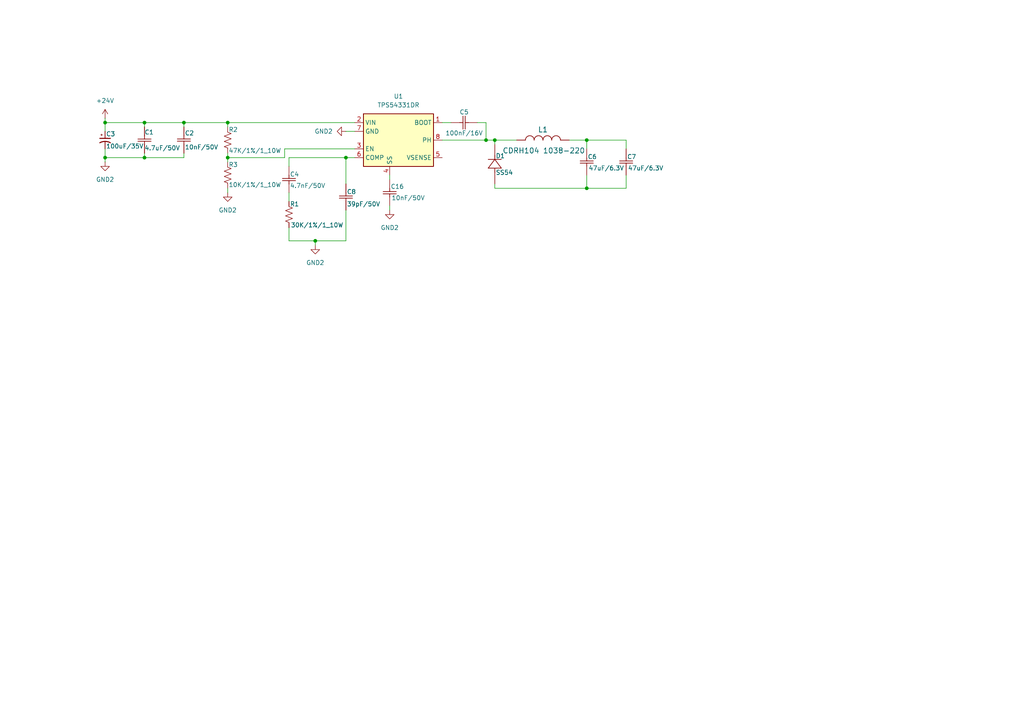
<source format=kicad_sch>
(kicad_sch (version 20231120) (generator "eeschema") (generator_version "8.0")
  (paper "A4")
  (lib_symbols
    (symbol "charge_battery_sym_lib:CDRH104 1038-220" (pin_numbers hide) (pin_names (offset 0.254) hide)
      (property "Reference" "L" (at 6.985 5.08 0))
      (property "Value" "CDRH104 1038-220" (at 6.985 -2.54 0))
      (symbol "CDRH104 1038-220_0_1"
        (arc (start 5.08 0.0056) (mid 3.81 1.27) (end 2.54 0.0056) (stroke (width 0.2032)))
        (arc (start 7.62 0.0056) (mid 6.35 1.27) (end 5.08 0.0056) (stroke (width 0.2032)))
        (arc (start 10.16 0.0056) (mid 8.89 1.27) (end 7.62 0.0056) (stroke (width 0.2032)))
        (arc (start 12.7 0.0056) (mid 11.43 1.27) (end 10.16 0.0056) (stroke (width 0.2032)))
        (pin unspecified line (at 15.24 0 180) (length 2.54) (name "1") (number "1"))
        (pin unspecified line (at 0 0 0) (length 2.54) (name "2") (number "2"))
      )
    )
    (symbol "charge_battery_sym_lib:Cap_Polarized_SMD_100uF_35V" (pin_numbers hide) (pin_names (offset 0.254))
      (property "Reference" "C" (at 0 2.286 0))
      (property "Value" "100uF/35V" (at 0 -2.794 0))
      (symbol "Cap_Polarized_SMD_100uF_35V_0_1"
        (polyline (pts (xy 1.016 -1.27) (xy 1.016 -0.762)))
        (polyline (pts (xy 1.27 -1.016) (xy 0.762 -1.016)))
        (polyline (pts (xy 2.032 -1.524) (xy 2.032 1.524)) (stroke (width 0.3048)))
        (arc (start 3.302 1.524) (mid 2.9134 0) (end 3.302 -1.524) (stroke (width 0.3048)))
      )
      (symbol "Cap_Polarized_SMD_100uF_35V_1_1"
        (pin passive line (at 0 0 0) (length 2.032) (name "~") (number "1"))
        (pin passive line (at 5.08 0 180) (length 2.032) (name "~") (number "2"))
      )
    )
    (symbol "charge_battery_sym_lib:Ceramic_Cap_SMD_100nF_16V" (pin_numbers hide) (pin_names hide)
      (property "Reference" "C" (at 1.016 2.794 0))
      (property "Value" "100nF/16V" (at 0.254 5.334 0))
      (symbol "Ceramic_Cap_SMD_100nF_16V_1_1"
        (polyline (pts (xy 1.27 0) (xy 2.2098 0)) (stroke (width 0.2032)))
        (polyline (pts (xy 2.2098 -1.905) (xy 2.2098 1.905)) (stroke (width 0.2032)))
        (polyline (pts (xy 2.8448 -1.905) (xy 2.8448 1.905)) (stroke (width 0.2032)))
        (polyline (pts (xy 2.8448 0) (xy 3.81 0)) (stroke (width 0.2032)))
        (pin unspecified line (at -1.27 0 0) (length 2.54) (name "") (number "1"))
        (pin unspecified line (at 6.35 0 180) (length 2.54) (name "") (number "2"))
      )
    )
    (symbol "charge_battery_sym_lib:Ceramic_Cap_SMD_10nF_50V" (pin_numbers hide) (pin_names hide)
      (property "Reference" "C" (at 2.286 2.794 0))
      (property "Value" "10nF/50V" (at 0.254 5.334 0))
      (symbol "Ceramic_Cap_SMD_10nF_50V_1_1"
        (polyline (pts (xy 2.54 0) (xy 3.4798 0)) (stroke (width 0.2032)))
        (polyline (pts (xy 3.4798 -1.905) (xy 3.4798 1.905)) (stroke (width 0.2032)))
        (polyline (pts (xy 4.1148 -1.905) (xy 4.1148 1.905)) (stroke (width 0.2032)))
        (polyline (pts (xy 4.1148 0) (xy 5.08 0)) (stroke (width 0.2032)))
        (pin unspecified line (at 0 0 0) (length 2.54) (name "") (number "1"))
        (pin unspecified line (at 7.62 0 180) (length 2.54) (name "") (number "2"))
      )
    )
    (symbol "charge_battery_sym_lib:Ceramic_Cap_SMD_10nF_50V_0805" (pin_numbers hide) (pin_names hide)
      (property "Reference" "C" (at 2.286 2.794 0))
      (property "Value" "10nF/50V" (at 0.254 5.334 0))
      (symbol "Ceramic_Cap_SMD_10nF_50V_0805_1_1"
        (polyline (pts (xy 2.54 0) (xy 3.4798 0)) (stroke (width 0.2032)))
        (polyline (pts (xy 3.4798 -1.905) (xy 3.4798 1.905)) (stroke (width 0.2032)))
        (polyline (pts (xy 4.1148 -1.905) (xy 4.1148 1.905)) (stroke (width 0.2032)))
        (polyline (pts (xy 4.1148 0) (xy 5.08 0)) (stroke (width 0.2032)))
        (pin unspecified line (at 0 0 0) (length 2.54) (name "") (number "1"))
        (pin unspecified line (at 7.62 0 180) (length 2.54) (name "") (number "2"))
      )
    )
    (symbol "charge_battery_sym_lib:Ceramic_Cap_SMD_39pF_50V" (pin_numbers hide) (pin_names hide)
      (property "Reference" "C" (at 1.016 2.794 0))
      (property "Value" "39pF/50V" (at 0.254 5.334 0))
      (symbol "Ceramic_Cap_SMD_39pF_50V_1_1"
        (polyline (pts (xy 1.27 0) (xy 2.2098 0)) (stroke (width 0.2032)))
        (polyline (pts (xy 2.2098 -1.905) (xy 2.2098 1.905)) (stroke (width 0.2032)))
        (polyline (pts (xy 2.8448 -1.905) (xy 2.8448 1.905)) (stroke (width 0.2032)))
        (polyline (pts (xy 2.8448 0) (xy 3.81 0)) (stroke (width 0.2032)))
        (pin unspecified line (at -1.27 0 0) (length 2.54) (name "") (number "1"))
        (pin unspecified line (at 6.35 0 180) (length 2.54) (name "") (number "2"))
      )
    )
    (symbol "charge_battery_sym_lib:Ceramic_Cap_SMD_4.7nF_50V" (pin_numbers hide) (pin_names hide)
      (property "Reference" "C" (at 2.286 2.794 0))
      (property "Value" "4.7nF/50V" (at 0.254 5.334 0))
      (symbol "Ceramic_Cap_SMD_4.7nF_50V_1_1"
        (polyline (pts (xy 2.54 0) (xy 3.4798 0)) (stroke (width 0.2032)))
        (polyline (pts (xy 3.4798 -1.905) (xy 3.4798 1.905)) (stroke (width 0.2032)))
        (polyline (pts (xy 4.1148 -1.905) (xy 4.1148 1.905)) (stroke (width 0.2032)))
        (polyline (pts (xy 4.1148 0) (xy 5.08 0)) (stroke (width 0.2032)))
        (pin unspecified line (at 0 0 0) (length 2.54) (name "") (number "1"))
        (pin unspecified line (at 7.62 0 180) (length 2.54) (name "") (number "2"))
      )
    )
    (symbol "charge_battery_sym_lib:Ceramic_Cap_SMD_4.7uF_50V" (pin_numbers hide) (pin_names hide)
      (property "Reference" "C" (at 2.286 2.794 0))
      (property "Value" "4.7uF/50V" (at 0.254 5.334 0))
      (symbol "Ceramic_Cap_SMD_4.7uF_50V_1_1"
        (polyline (pts (xy 2.54 0) (xy 3.4798 0)) (stroke (width 0.2032)))
        (polyline (pts (xy 3.4798 -1.905) (xy 3.4798 1.905)) (stroke (width 0.2032)))
        (polyline (pts (xy 4.1148 -1.905) (xy 4.1148 1.905)) (stroke (width 0.2032)))
        (polyline (pts (xy 4.1148 0) (xy 5.08 0)) (stroke (width 0.2032)))
        (pin unspecified line (at 0 0 0) (length 2.54) (name "") (number "1"))
        (pin unspecified line (at 7.62 0 180) (length 2.54) (name "") (number "2"))
      )
    )
    (symbol "charge_battery_sym_lib:Ceramic_Cap_SMD_47uF_6.3V" (pin_numbers hide) (pin_names hide)
      (property "Reference" "C" (at 2.286 2.794 0))
      (property "Value" "47uF/6.3V" (at 0.254 5.334 0))
      (symbol "Ceramic_Cap_SMD_47uF_6.3V_1_1"
        (polyline (pts (xy 2.54 0) (xy 3.4798 0)) (stroke (width 0.2032)))
        (polyline (pts (xy 3.4798 -1.905) (xy 3.4798 1.905)) (stroke (width 0.2032)))
        (polyline (pts (xy 4.1148 -1.905) (xy 4.1148 1.905)) (stroke (width 0.2032)))
        (polyline (pts (xy 4.1148 0) (xy 5.08 0)) (stroke (width 0.2032)))
        (pin unspecified line (at 0 0 0) (length 2.54) (name "") (number "1"))
        (pin unspecified line (at 7.62 0 180) (length 2.54) (name "") (number "2"))
      )
    )
    (symbol "charge_battery_sym_lib:Res_10K_0603_1%" (pin_numbers hide) (pin_names hide)
      (property "Reference" "R" (at 2.794 3.81 0))
      (property "Value" "10K/1%/1_10W" (at 4.064 -2.54 0))
      (symbol "Res_10K_0603_1%_0_1"
        (polyline (pts (xy 1.524 0) (xy 1.27 0)))
        (polyline (pts (xy 6.096 0) (xy 6.35 0)))
        (polyline (pts (xy 1.524 0) (xy 1.905 1.016) (xy 2.286 0) (xy 2.667 -1.016) (xy 3.048 0)))
        (polyline (pts (xy 3.048 0) (xy 3.429 1.016) (xy 3.81 0) (xy 4.191 -1.016) (xy 4.572 0)))
        (polyline (pts (xy 4.572 0) (xy 4.953 1.016) (xy 5.334 0) (xy 5.715 -1.016) (xy 6.096 0)))
      )
      (symbol "Res_10K_0603_1%_1_1"
        (pin passive line (at 0 0 0) (length 1.27) (name "~") (number "1"))
        (pin passive line (at 7.62 0 180) (length 1.27) (name "~") (number "2"))
      )
    )
    (symbol "charge_battery_sym_lib:Res_30K_0603_1%" (pin_numbers hide) (pin_names hide)
      (property "Reference" "R" (at 2.794 3.81 0))
      (property "Value" "30K/1%/1_10W" (at 4.064 -2.54 0))
      (symbol "Res_30K_0603_1%_0_1"
        (polyline (pts (xy 1.524 0) (xy 1.27 0)))
        (polyline (pts (xy 6.096 0) (xy 6.35 0)))
        (polyline (pts (xy 1.524 0) (xy 1.905 1.016) (xy 2.286 0) (xy 2.667 -1.016) (xy 3.048 0)))
        (polyline (pts (xy 3.048 0) (xy 3.429 1.016) (xy 3.81 0) (xy 4.191 -1.016) (xy 4.572 0)))
        (polyline (pts (xy 4.572 0) (xy 4.953 1.016) (xy 5.334 0) (xy 5.715 -1.016) (xy 6.096 0)))
      )
      (symbol "Res_30K_0603_1%_1_1"
        (pin passive line (at 0 0 0) (length 1.27) (name "~") (number "1"))
        (pin passive line (at 7.62 0 180) (length 1.27) (name "~") (number "2"))
      )
    )
    (symbol "charge_battery_sym_lib:Res_47K_0603_1%" (pin_numbers hide) (pin_names hide)
      (property "Reference" "R" (at 2.794 3.81 0))
      (property "Value" "47K/1%/1_10W" (at 4.064 -2.54 0))
      (symbol "Res_47K_0603_1%_0_1"
        (polyline (pts (xy 1.524 0) (xy 1.27 0)))
        (polyline (pts (xy 6.096 0) (xy 6.35 0)))
        (polyline (pts (xy 1.524 0) (xy 1.905 1.016) (xy 2.286 0) (xy 2.667 -1.016) (xy 3.048 0)))
        (polyline (pts (xy 3.048 0) (xy 3.429 1.016) (xy 3.81 0) (xy 4.191 -1.016) (xy 4.572 0)))
        (polyline (pts (xy 4.572 0) (xy 4.953 1.016) (xy 5.334 0) (xy 5.715 -1.016) (xy 6.096 0)))
      )
      (symbol "Res_47K_0603_1%_1_1"
        (pin passive line (at 0 0 0) (length 1.27) (name "~") (number "1"))
        (pin passive line (at 7.62 0 180) (length 1.27) (name "~") (number "2"))
      )
    )
    (symbol "charge_battery_sym_lib:SS54" (pin_numbers hide) (pin_names hide)
      (property "Reference" "D" (at -1.016 2.286 0))
      (property "Value" "SS54" (at 2.54 -2.794 0))
      (symbol "SS54_0_1"
        (polyline (pts (xy -0.508 0) (xy 0.635 0)) (stroke (width 0.2032)))
        (polyline (pts (xy 0.762 -1.905) (xy 3.302 0)) (stroke (width 0.2032)))
        (polyline (pts (xy 0.762 1.905) (xy 0.762 -1.905)) (stroke (width 0.2032)))
        (polyline (pts (xy 3.302 -1.905) (xy 3.302 1.905)) (stroke (width 0.2032)))
        (polyline (pts (xy 3.302 0) (xy 0.762 1.905)) (stroke (width 0.2032)))
        (polyline (pts (xy 3.302 0) (xy 4.572 0)) (stroke (width 0.2032)))
      )
      (symbol "SS54_1_1"
        (pin unspecified line (at -3.81 0 0) (length 3.81) (name "A") (number "1"))
        (pin unspecified line (at 7.62 0 180) (length 3.81) (name "K") (number "2"))
      )
    )
    (symbol "charge_battery_sym_lib:TPS54331DR"
      (property "Reference" "U" (at 1.27 16.51 0))
      (property "Value" "TPS54331DR" (at 13.97 16.51 0))
      (symbol "TPS54331DR_1_1"
        (rectangle (start 0 15.24) (end 20.32 0) (stroke (width 0.254)) (fill (type background)))
        (pin output line (at 22.86 12.7 180) (length 2.54) (name "BOOT") (number "1"))
        (pin power_in line (at -2.54 12.7 0) (length 2.54) (name "VIN") (number "2"))
        (pin output line (at -2.54 5.08 0) (length 2.54) (name "EN") (number "3"))
        (pin power_in line (at 7.62 -2.54 90) (length 2.54) (name "SS") (number "4"))
        (pin input line (at 22.86 2.54 180) (length 2.54) (name "VSENSE") (number "5"))
        (pin output line (at -2.54 2.54 0) (length 2.54) (name "COMP") (number "6"))
        (pin power_in line (at -2.54 10.16 0) (length 2.54) (name "GND") (number "7"))
        (pin output line (at 22.86 7.62 180) (length 2.54) (name "PH") (number "8"))
      )
    )
    (symbol "power:+24V" (power) (pin_numbers hide) (pin_names (offset 0) hide)
      (property "Value" "+24V" (at 0 3.556 0))
      (symbol "+24V_0_1"
        (polyline (pts (xy -0.762 1.27) (xy 0 2.54)))
        (polyline (pts (xy 0 0) (xy 0 2.54)))
        (polyline (pts (xy 0 2.54) (xy 0.762 1.27)))
      )
      (symbol "+24V_1_1"
        (pin power_in line (at 0 0 90) (length 0) (name "~") (number "1"))
      )
    )
    (symbol "power:GND2" (power) (pin_numbers hide) (pin_names (offset 0) hide)
      (property "Value" "GND2" (at 0 -3.81 0))
      (symbol "GND2_0_1"
        (polyline (pts (xy 0 0) (xy 0 -1.27) (xy 1.27 -1.27) (xy 0 -2.54) (xy -1.27 -1.27) (xy 0 -1.27)))
      )
      (symbol "GND2_1_1"
        (pin power_in line (at 0 0 270) (length 0) (name "~") (number "1"))
      )
    )
  )
  (junction (at 66.04 35.56))
  (junction (at 140.97 40.64))
  (junction (at 100.33 45.72))
  (junction (at 170.18 40.64))
  (junction (at 91.44 69.85))
  (junction (at 66.04 45.72))
  (junction (at 53.34 35.56))
  (junction (at 41.91 35.56))
  (junction (at 30.48 35.56))
  (junction (at 170.18 54.61))
  (junction (at 143.51 40.64))
  (junction (at 41.91 45.72))
  (junction (at 30.48 45.72))
  (wire (pts (xy 53.34 35.56) (xy 53.34 36.83)))
  (wire (pts (xy 30.48 35.56) (xy 30.48 38.1)))
  (wire (pts (xy 91.44 69.85) (xy 100.33 69.85)))
  (wire (pts (xy 66.04 44.45) (xy 66.04 45.72)))
  (wire (pts (xy 140.97 40.64) (xy 143.51 40.64)))
  (wire (pts (xy 53.34 44.45) (xy 53.34 45.72)))
  (wire (pts (xy 30.48 34.29) (xy 30.48 35.56)))
  (wire (pts (xy 82.55 45.72) (xy 66.04 45.72)))
  (wire (pts (xy 170.18 50.8) (xy 170.18 54.61)))
  (wire (pts (xy 66.04 55.88) (xy 66.04 54.61)))
  (wire (pts (xy 128.27 35.56) (xy 130.81 35.56)))
  (wire (pts (xy 66.04 45.72) (xy 66.04 46.99)))
  (wire (pts (xy 181.61 43.18) (xy 181.61 40.64)))
  (wire (pts (xy 53.34 35.56) (xy 66.04 35.56)))
  (wire (pts (xy 82.55 43.18) (xy 82.55 45.72)))
  (wire (pts (xy 113.03 59.69) (xy 113.03 60.96)))
  (wire (pts (xy 143.51 40.64) (xy 149.86 40.64)))
  (wire (pts (xy 41.91 45.72) (xy 30.48 45.72)))
  (wire (pts (xy 53.34 35.56) (xy 41.91 35.56)))
  (wire (pts (xy 113.03 52.07) (xy 113.03 50.8)))
  (wire (pts (xy 66.04 35.56) (xy 66.04 36.83)))
  (wire (pts (xy 128.27 40.64) (xy 140.97 40.64)))
  (wire (pts (xy 100.33 45.72) (xy 100.33 53.34)))
  (wire (pts (xy 170.18 40.64) (xy 170.18 43.18)))
  (wire (pts (xy 140.97 35.56) (xy 140.97 40.64)))
  (wire (pts (xy 143.51 54.61) (xy 170.18 54.61)))
  (wire (pts (xy 83.82 48.26) (xy 83.82 45.72)))
  (wire (pts (xy 170.18 40.64) (xy 181.61 40.64)))
  (wire (pts (xy 102.87 43.18) (xy 82.55 43.18)))
  (wire (pts (xy 83.82 55.88) (xy 83.82 58.42)))
  (wire (pts (xy 41.91 35.56) (xy 30.48 35.56)))
  (wire (pts (xy 138.43 35.56) (xy 140.97 35.56)))
  (wire (pts (xy 100.33 60.96) (xy 100.33 69.85)))
  (wire (pts (xy 83.82 69.85) (xy 91.44 69.85)))
  (wire (pts (xy 66.04 35.56) (xy 102.87 35.56)))
  (wire (pts (xy 30.48 43.18) (xy 30.48 45.72)))
  (wire (pts (xy 30.48 45.72) (xy 30.48 46.99)))
  (wire (pts (xy 170.18 54.61) (xy 181.61 54.61)))
  (wire (pts (xy 91.44 69.85) (xy 91.44 71.12)))
  (wire (pts (xy 181.61 54.61) (xy 181.61 50.8)))
  (wire (pts (xy 41.91 35.56) (xy 41.91 36.83)))
  (wire (pts (xy 41.91 44.45) (xy 41.91 45.72)))
  (wire (pts (xy 100.33 45.72) (xy 102.87 45.72)))
  (wire (pts (xy 83.82 45.72) (xy 100.33 45.72)))
  (wire (pts (xy 100.33 38.1) (xy 102.87 38.1)))
  (wire (pts (xy 53.34 45.72) (xy 41.91 45.72)))
  (wire (pts (xy 143.51 40.64) (xy 143.51 41.91)))
  (wire (pts (xy 165.1 40.64) (xy 170.18 40.64)))
  (wire (pts (xy 143.51 53.34) (xy 143.51 54.61)))
  (wire (pts (xy 83.82 66.04) (xy 83.82 69.85)))
  (symbol (lib_id "charge_battery_sym_lib:Cap_Polarized_SMD_100uF_35V") (at 30.48 38.1 270) (unit 1)
    (property "Reference" "C3" (at 30.734 38.862 90) (effects (justify left)))
    (property "Value" "100uF/35V" (at 30.734 42.418 90) (effects (justify left)))
    (property "Footprint" "Capacitor_SMD:CP_Elec_5x5.4" (effects (hide yes)))
    (property "Datasheet" "https://www.thegioiic.com/upload/documents/5121f69ada901167d040dfa7ca79f071.pdf" (effects (hide yes)))
    (property "Description" "Polarized capacitor 100uF 35V, 20%" (effects (hide yes)))
    (property "Supply name" "Thegioiic" (effects (hide yes)))
    (property "Supply part number" "SMD 100uF 35V 5x5.4mm" (effects (hide yes)))
    (property "Supply URL" "https://www.thegioiic.com/tu-nhom-smd-100uf-35v-8x10-5mm" (effects (hide yes)))
  )
  (symbol (lib_id "charge_battery_sym_lib:TPS54331DR") (at 105.41 48.26 0) (unit 1)
    (property "Reference" "U1" (at 115.57 27.94 0))
    (property "Value" "TPS54331DR" (at 115.57 30.48 0))
    (property "Footprint" "charge_battery_footprint_lib:SOIC-8" (effects (hide yes)))
    (property "Datasheet" "http://www.ti.com/lit/ds/symlink/tps54336a.pdf" (effects (hide yes)))
    (property "Description" "4.5V to 28V Input, 3A, Synchronous Step-Down Converter with Eco-mode(tm)" (effects (hide yes)))
    (property "Supply name" "Thegioiic" (effects (hide yes)))
    (property "Supply part name" "TPS54331DR IC Điều Chỉnh Giảm Áp 3A 8-SOIC" (effects (hide yes)))
    (property "Supply URL" "https://thegioiic.com/tps54331dr-ic-dieu-chinh-giam-ap-3a-8-soic" (effects (hide yes)))
  )
  (symbol (lib_id "charge_battery_sym_lib:Ceramic_Cap_SMD_10nF_50V_0805") (at 53.34 36.83 270) (unit 1)
    (property "Reference" "C2" (at 53.594 38.608 90) (effects (justify left)))
    (property "Value" "10nF/50V" (at 53.594 42.672 90) (effects (justify left)))
    (property "Footprint" "charge_battery_footprint_lib:Ceramic_Cap_0805" (effects (hide yes)))
    (property "Description" "10%, 0805 (2012 Metric)" (effects (hide yes)))
    (property "Supply name" "Thegioiic" (effects (hide yes)))
    (property "Supply part number" "Tụ Gốm 0805 10nF 50V" (effects (hide yes)))
    (property "Supply URL" "https://www.thegioiic.com/tu-gom-0805-10nf-50v" (effects (hide yes)))
  )
  (symbol (lib_id "charge_battery_sym_lib:Ceramic_Cap_SMD_100nF_16V") (at 132.08 35.56 0) (unit 1)
    (property "Reference" "C5" (at 134.62 32.512 0))
    (property "Value" "100nF/16V" (at 134.62 38.608 0))
    (property "Footprint" "charge_battery_footprint_lib:Ceramic_Cap_0603" (effects (hide yes)))
    (property "Datasheet" "https://www.mouser.vn/datasheet/2/40/KYOCERA_AutoMLCCKAM-3106308.pdf" (effects (hide yes)))
    (property "Description" "10%, 0603 (1608 Metric)" (effects (hide yes)))
    (property "Supply name" "Thegioiic" (effects (hide yes)))
    (property "Supply part number" "Tụ Gốm 0603 100nF (0.1uF) 16V" (effects (hide yes)))
    (property "Supply URL" "https://www.thegioiic.com/tu-gom-0603-100nf-0-1uf-16v" (effects (hide yes)))
  )
  (symbol (lib_id "charge_battery_sym_lib:Ceramic_Cap_SMD_4.7nF_50V") (at 83.82 55.88 90) (unit 1)
    (property "Reference" "C4" (at 84.074 50.546 90) (effects (justify right)))
    (property "Value" "4.7nF/50V" (at 84.074 53.848 90) (effects (justify right)))
    (property "Footprint" "charge_battery_footprint_lib:Ceramic_Cap_0603" (effects (hide yes)))
    (property "Description" "10%, 0603 (1608 Metric)" (effects (hide yes)))
    (property "Supply name" "Thegioiic" (effects (hide yes)))
    (property "Supply part number" "Tụ Gốm 0603 4.7nF 50V" (effects (hide yes)))
    (property "Supply URL" "https://www.thegioiic.com/tu-gom-0603-4-7nf-50v" (effects (hide yes)))
  )
  (symbol (lib_id "power:+24V") (at 30.48 34.29 0) (unit 1)
    (property "Reference" "#PWR02" (effects (hide yes)))
    (property "Value" "+24V" (at 30.48 29.21 0))
    (property "Description" "Power symbol creates a global label with name \"+24V\"" (effects (hide yes)))
  )
  (symbol (lib_id "charge_battery_sym_lib:CDRH104 1038-220") (at 149.86 40.64 0) (unit 1)
    (property "Reference" "L1" (at 157.48 37.592 0) (effects (font (size 1.524 1.524))))
    (property "Value" "CDRH104 1038-220" (at 157.734 43.688 0) (effects (font (size 1.524 1.524))))
    (property "Footprint" "charge_battery_footprint_lib:CDRH104" (effects (hide yes)))
    (property "Datasheet" "https://www.thegioiic.com/upload/documents/3d944418fe36e2109ef139861ca961be.pdf" (effects (hide yes)))
    (property "Description" "20%, size 10x10x3.8 mm" (effects (hide yes)))
    (property "Supply name" "Thegioiic" (effects (hide yes)))
    (property "Supply part number" "Cuộn Cảm Dán SMD CDRH104 1038-220 22uH 3.6A" (effects (hide yes)))
    (property "Supply URL" "https://www.thegioiic.com/cuon-cam-dan-smd-cdrh104-1038-220-22uh-3-6a" (effects (hide yes)))
  )
  (symbol (lib_id "charge_battery_sym_lib:Res_30K_0603_1%") (at 83.82 66.04 90) (unit 1)
    (property "Reference" "R1" (at 84.074 59.182 90) (effects (justify right)))
    (property "Value" "30K/1%/1_10W" (at 84.328 65.278 90) (effects (justify right)))
    (property "Footprint" "charge_battery_footprint_lib:Res_0603" (effects (hide yes)))
    (property "Datasheet" "https://fscdn.rohm.com/en/products/databook/datasheet/passive/resistor/chip_resistor/esr-e.pdf" (effects (hide yes)))
    (property "Description" "Res 30 KOhm 0603 1%" (effects (hide yes)))
    (property "Supply name" "Thegioiic" (effects (hide yes)))
    (property "Supply part number" "Điện Trở 30 KOhm 0603 1%" (effects (hide yes)))
    (property "Supply URL" "https://www.thegioiic.com/dien-tro-30-kohm-0603-1-" (effects (hide yes)))
  )
  (symbol (lib_id "charge_battery_sym_lib:SS54") (at 143.51 49.53 90) (unit 1)
    (property "Reference" "D1" (at 143.764 45.212 90) (effects (justify right)))
    (property "Value" "SS54" (at 143.764 50.038 90) (effects (justify right)))
    (property "Footprint" "charge_battery_footprint_lib:D_SMA" (effects (hide yes)))
    (property "Datasheet" "https://www.thegioiic.com/upload/documents/dc8a63b3eda4738bc390d9dc570a4e18.pdf" (effects (hide yes)))
    (property "Description" "Diode Shotky SS54 1N5824 5A 40V" (effects (hide yes)))
    (property "Supply name" "Thegioiic" (effects (hide yes)))
    (property "Supply part number" "SS54 SMA Diode Shotky 5A 40V" (effects (hide yes)))
    (property "Supply URL" "https://www.thegioiic.com/ss54-sma-diode-shotky-5a-40v" (effects (hide yes)))
  )
  (symbol (lib_id "charge_battery_sym_lib:Ceramic_Cap_SMD_39pF_50V") (at 100.33 59.69 90) (unit 1)
    (property "Reference" "C8" (at 100.584 55.626 90) (effects (justify right)))
    (property "Value" "39pF/50V" (at 100.584 59.182 90) (effects (justify right)))
    (property "Footprint" "charge_battery_footprint_lib:Ceramic_Cap_0603" (effects (hide yes)))
    (property "Description" "10%, 0603 (1608 Metric)" (effects (hide yes)))
    (property "Supply name" "Thegioiic" (effects (hide yes)))
    (property "Supply part number" "Tụ Gốm 0603 39pF 50V" (effects (hide yes)))
    (property "Supply URL" "https://www.thegioiic.com/tu-gom-0603-39pf-50v" (effects (hide yes)))
  )
  (symbol (lib_id "charge_battery_sym_lib:Ceramic_Cap_SMD_10nF_50V") (at 113.03 59.69 90) (unit 1)
    (property "Reference" "C16" (at 113.284 54.102 90) (effects (justify right)))
    (property "Value" "10nF/50V" (at 113.538 57.404 90) (effects (justify right)))
    (property "Footprint" "charge_battery_footprint_lib:Ceramic_Cap_0603" (effects (hide yes)))
    (property "Datasheet" "https://www.mouser.vn/datasheet/2/40/KYOCERA_AutoMLCCKAM-3106308.pdf" (effects (hide yes)))
    (property "Description" "10%, 0603 (1608 Metric)" (effects (hide yes)))
    (property "Supply name" "Thegioiic" (effects (hide yes)))
    (property "Supply part number" "Tụ Gốm 0603 10nF 50V" (effects (hide yes)))
    (property "Supply URL" "https://www.thegioiic.com/tu-gom-0603-10nf-50v" (effects (hide yes)))
  )
  (symbol (lib_id "power:GND2") (at 113.03 60.96 0) (unit 1)
    (property "Reference" "#PWR09" (effects (hide yes)))
    (property "Value" "GND2" (at 113.03 66.04 0))
    (property "Description" "Power symbol creates a global label with name \"GND2\" , ground" (effects (hide yes)))
  )
  (symbol (lib_id "charge_battery_sym_lib:Ceramic_Cap_SMD_47uF_6.3V") (at 181.61 50.8 90) (unit 1)
    (property "Reference" "C7" (at 181.864 45.466 90) (effects (justify right)))
    (property "Value" "47uF/6.3V" (at 182.118 48.768 90) (effects (justify right)))
    (property "Footprint" "charge_battery_footprint_lib:Ceramic_Cap_0805" (effects (hide yes)))
    (property "Description" "10%, 0805 (2012 Metric)" (effects (hide yes)))
    (property "Supply name" "Thegioiic" (effects (hide yes)))
    (property "Supply part number" "Tụ Gốm 0805 47uF 6.3V" (effects (hide yes)))
    (property "Supply URL" "https://www.thegioiic.com/tu-gom-0805-47uf-6-3v" (effects (hide yes)))
  )
  (symbol (lib_id "charge_battery_sym_lib:Res_47K_0603_1%") (at 66.04 44.45 90) (unit 1)
    (property "Reference" "R2" (at 66.294 37.592 90) (effects (justify right)))
    (property "Value" "47K/1%/1_10W" (at 66.294 43.688 90) (effects (justify right)))
    (property "Footprint" "charge_battery_footprint_lib:Res_0603" (effects (hide yes)))
    (property "Datasheet" "https://fscdn.rohm.com/en/products/databook/datasheet/passive/resistor/chip_resistor/esr-e.pdf" (effects (hide yes)))
    (property "Description" "Res 47 KOhm 0603 1%" (effects (hide yes)))
    (property "Supply name" "Thegioiic" (effects (hide yes)))
    (property "Supply part number" "Điện Trở 47 KOhm 0603 1%" (effects (hide yes)))
    (property "Supply URL" "https://www.thegioiic.com/dien-tro-47-kohm-0603-1-" (effects (hide yes)))
  )
  (symbol (lib_id "charge_battery_sym_lib:Ceramic_Cap_SMD_47uF_6.3V") (at 170.18 50.8 90) (unit 1)
    (property "Reference" "C6" (at 170.434 45.466 90) (effects (justify right)))
    (property "Value" "47uF/6.3V" (at 170.688 48.768 90) (effects (justify right)))
    (property "Footprint" "charge_battery_footprint_lib:Ceramic_Cap_0805" (effects (hide yes)))
    (property "Description" "10%, 0805 (2012 Metric)" (effects (hide yes)))
    (property "Supply name" "Thegioiic" (effects (hide yes)))
    (property "Supply part number" "Tụ Gốm 0805 47uF 6.3V" (effects (hide yes)))
    (property "Supply URL" "https://www.thegioiic.com/tu-gom-0805-47uf-6-3v" (effects (hide yes)))
  )
  (symbol (lib_id "power:GND2") (at 100.33 38.1 270) (unit 1)
    (property "Reference" "#PWR01" (effects (hide yes)))
    (property "Value" "GND2" (at 96.52 38.0999 90) (effects (justify right)))
    (property "Description" "Power symbol creates a global label with name \"GND2\" , ground" (effects (hide yes)))
  )
  (symbol (lib_id "power:GND2") (at 66.04 55.88 0) (unit 1)
    (property "Reference" "#PWR08" (effects (hide yes)))
    (property "Value" "GND2" (at 66.04 60.96 0))
    (property "Description" "Power symbol creates a global label with name \"GND2\" , ground" (effects (hide yes)))
  )
  (symbol (lib_id "charge_battery_sym_lib:Res_10K_0603_1%") (at 66.04 54.61 90) (unit 1)
    (property "Reference" "R3" (at 66.294 47.752 90) (effects (justify right)))
    (property "Value" "10K/1%/1_10W" (at 66.294 53.594 90) (effects (justify right)))
    (property "Footprint" "charge_battery_footprint_lib:Res_0603" (effects (hide yes)))
    (property "Datasheet" "https://fscdn.rohm.com/en/products/databook/datasheet/passive/resistor/chip_resistor/esr-e.pdf" (effects (hide yes)))
    (property "Description" "Res 10 KOhm 0603 1%" (effects (hide yes)))
    (property "Supply name" "Thegioiic" (effects (hide yes)))
    (property "Supply part number" "Điện Trở 10 KOhm 0603 1%" (effects (hide yes)))
    (property "Supply URL" "https://www.thegioiic.com/dien-tro-10-kohm-0603-1-" (effects (hide yes)))
  )
  (symbol (lib_id "power:GND2") (at 91.44 71.12 0) (unit 1)
    (property "Reference" "#PWR06" (effects (hide yes)))
    (property "Value" "GND2" (at 91.44 76.2 0))
    (property "Description" "Power symbol creates a global label with name \"GND2\" , ground" (effects (hide yes)))
  )
  (symbol (lib_id "power:GND2") (at 30.48 46.99 0) (unit 1)
    (property "Reference" "#PWR05" (effects (hide yes)))
    (property "Value" "GND2" (at 30.48 52.07 0))
    (property "Description" "Power symbol creates a global label with name \"GND2\" , ground" (effects (hide yes)))
  )
  (symbol (lib_id "charge_battery_sym_lib:Ceramic_Cap_SMD_4.7uF_50V") (at 41.91 44.45 90) (unit 1)
    (property "Reference" "C1" (at 41.91 38.354 90) (effects (justify right)))
    (property "Value" "4.7uF/50V" (at 41.91 42.926 90) (effects (justify right)))
    (property "Footprint" "charge_battery_footprint_lib:Ceramic_Cap_0805" (effects (hide yes)))
    (property "Datasheet" "https://www.mouser.vn/datasheet/2/40/KYOCERA_AutoMLCCKAM-3106308.pdf" (effects (hide yes)))
    (property "Description" "10%, 0805 (2012 Metric)" (effects (hide yes)))
    (property "Supply name" "Thegioiic" (effects (hide yes)))
    (property "Supply part number" "Tụ Gốm 0805 4.7uF 50V" (effects (hide yes)))
    (property "Supply URL" "https://www.thegioiic.com/tu-gom-0805-4-7uf-50v" (effects (hide yes)))
  )
)
</source>
